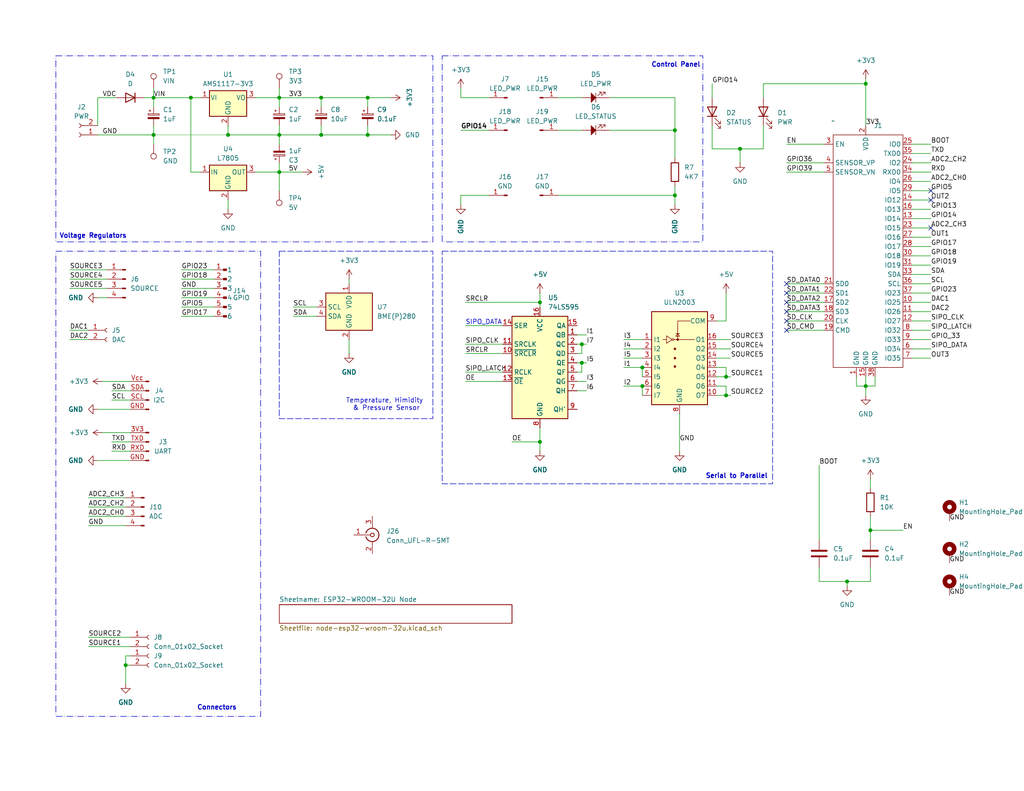
<source format=kicad_sch>
(kicad_sch (version 20231120) (generator "eeschema") (generator_version "8.0")
  (paper "USLetter")
  (title_block (title "ESP32 Sensor Node") (date "2024-07-03") (rev "v2.0") (comment 1 "ESP32-WROOM-32D Adapter"))
  (lib_symbols
    (symbol "+3V3_1" (power) (pin_numbers hide) (pin_names (offset 0) hide)
      (property "Value" "+3V3" (at 0 3.556 0))
      (symbol "+3V3_1_1_1"
        (pin power_in line (at 0 0 90) (length 0) (name "~") (number "1"))
      )
    )
    (symbol "+5V_1" (power) (pin_numbers hide) (pin_names (offset 0) hide)
      (property "Value" "+5V" (at 0 3.556 0))
      (symbol "+5V_1_1_1"
        (pin power_in line (at 0 0 90) (length 0) (name "~") (number "1"))
      )
    )
    (symbol "74xx:74LS595"
      (property "Reference" "U" (at -7.62 13.97 0))
      (property "Value" "74LS595" (at -7.62 -16.51 0))
      (symbol "74LS595_1_0"
        (pin tri_state line (at 10.16 7.62 180) (length 2.54) (name "QB") (number "1"))
        (pin input line (at -10.16 2.54 0) (length 2.54) (name "~{SRCLR}") (number "10"))
        (pin input line (at -10.16 5.08 0) (length 2.54) (name "SRCLK") (number "11"))
        (pin input line (at -10.16 -2.54 0) (length 2.54) (name "RCLK") (number "12"))
        (pin input line (at -10.16 -5.08 0) (length 2.54) (name "~{OE}") (number "13"))
        (pin input line (at -10.16 10.16 0) (length 2.54) (name "SER") (number "14"))
        (pin tri_state line (at 10.16 10.16 180) (length 2.54) (name "QA") (number "15"))
        (pin power_in line (at 0 15.24 270) (length 2.54) (name "VCC") (number "16"))
        (pin tri_state line (at 10.16 5.08 180) (length 2.54) (name "QC") (number "2"))
        (pin tri_state line (at 10.16 2.54 180) (length 2.54) (name "QD") (number "3"))
        (pin tri_state line (at 10.16 0 180) (length 2.54) (name "QE") (number "4"))
        (pin tri_state line (at 10.16 -2.54 180) (length 2.54) (name "QF") (number "5"))
        (pin tri_state line (at 10.16 -5.08 180) (length 2.54) (name "QG") (number "6"))
        (pin tri_state line (at 10.16 -7.62 180) (length 2.54) (name "QH") (number "7"))
        (pin power_in line (at 0 -17.78 90) (length 2.54) (name "GND") (number "8"))
        (pin output line (at 10.16 -12.7 180) (length 2.54) (name "QH'") (number "9"))
      )
    )
    (symbol "Alexander Symbol Library 2:Conn_UFL-R-SMT" (pin_names (offset 1.016) hide)
      (property "Reference" "J" (at -3.81 4.064 0))
      (property "Value" "Conn_UFL-R-SMT" (at 2.921 0 90))
      (symbol "Conn_UFL-R-SMT_1_1"
        (pin passive line (at -5.08 0 0) (length 2.54) (name "SIGNAL") (number "1"))
        (pin passive line (at 0 -5.08 90) (length 2.54) (name "GND") (number "2"))
        (pin passive line (at 0 5.08 270) (length 3.048) (name "GND") (number "3"))
      )
    )
    (symbol "Alexander Symbol Library:BME(P)280"
      (property "Reference" "U" (at -7.62 10.16 0))
      (property "Value" "BME(P)280" (at 5.08 10.16 0))
      (symbol "BME(P)280_1_1"
        (pin power_in line (at -1.27 10.16 270) (length 2.54) (name "VDD") (number "1"))
        (pin power_out line (at -1.27 -5.08 90) (length 2.54) (name "GND") (number "2"))
        (pin input line (at -10.16 3.81 0) (length 2.54) (name "SCL") (number "3"))
        (pin bidirectional line (at -10.16 1.27 0) (length 2.54) (name "SDA") (number "4"))
      )
    )
    (symbol "Alexander_Library_Symbols:Conn_2x3" (pin_names (offset 1.016))
      (property "Reference" "J" (at 0 0 0))
      (symbol "Conn_2x3_1_1"
        (pin bidirectional line (at -2.54 -2.54 0) (length 2.54) (name "1") (number "1"))
        (pin bidirectional line (at -2.54 -5.08 0) (length 2.54) (name "2") (number "2"))
        (pin bidirectional line (at -2.54 -7.62 0) (length 2.54) (name "3") (number "3"))
        (pin bidirectional line (at -2.54 -10.16 0) (length 2.54) (name "4") (number "4"))
        (pin bidirectional line (at -2.54 -12.7 0) (length 2.54) (name "5") (number "5"))
        (pin bidirectional line (at -2.54 -15.24 0) (length 2.54) (name "6") (number "6"))
      )
    )
    (symbol "Alexander_Library_Symbols:Conn_I2C_01x04" (pin_names (offset 1.016) hide)
      (property "Reference" "J" (at 0 5.08 0))
      (property "Value" "I2C" (at 0 -7.62 0))
      (symbol "Conn_I2C_01x04_1_1"
        (pin power_out line (at 5.08 -5.08 180) (length 3.81) (name "GND") (number "GND"))
        (pin bidirectional line (at 5.08 -2.54 180) (length 3.81) (name "SCL") (number "SCL"))
        (pin bidirectional line (at 5.08 0 180) (length 3.81) (name "SDA") (number "SDA"))
        (pin power_in line (at 5.08 2.54 180) (length 3.81) (name "VCC") (number "Vcc"))
      )
    )
    (symbol "Alexander_Library_Symbols:ESP32-WROOM-32D-SOCKET"
      (property "Reference" "J" (at 0 0 0))
      (symbol "ESP32-WROOM-32D-SOCKET_1_1"
        (pin power_out line (at 6.35 -69.85 90) (length 2.54) (name "GND") (number "1"))
        (pin bidirectional line (at 21.59 -49.53 180) (length 2.54) (name "IO25") (number "10"))
        (pin bidirectional line (at 21.59 -52.07 180) (length 2.54) (name "IO26") (number "11"))
        (pin bidirectional line (at 21.59 -54.61 180) (length 2.54) (name "IO27") (number "12"))
        (pin bidirectional line (at 21.59 -26.67 180) (length 2.54) (name "IO14") (number "13"))
        (pin bidirectional line (at 21.59 -21.59 180) (length 2.54) (name "IO12") (number "14"))
        (pin power_out line (at 8.89 -69.85 90) (length 2.54) (name "GND") (number "15"))
        (pin bidirectional line (at 21.59 -24.13 180) (length 2.54) (name "IO13") (number "16"))
        (pin input line (at -2.54 -49.53 0) (length 2.54) (name "SD2") (number "17"))
        (pin input line (at -2.54 -52.07 0) (length 2.54) (name "SD3") (number "18"))
        (pin input line (at -2.54 -57.15 0) (length 2.54) (name "CMD") (number "19"))
        (pin power_in line (at 8.89 -1.27 270) (length 2.54) (name "VDD") (number "2"))
        (pin input line (at -2.54 -54.61 0) (length 2.54) (name "CLK") (number "20"))
        (pin input line (at -2.54 -44.45 0) (length 2.54) (name "SD0") (number "21"))
        (pin input line (at -2.54 -46.99 0) (length 2.54) (name "SD1") (number "22"))
        (pin bidirectional line (at 21.59 -29.21 180) (length 2.54) (name "IO15") (number "23"))
        (pin bidirectional line (at 21.59 -11.43 180) (length 2.54) (name "IO2") (number "24"))
        (pin bidirectional line (at 21.59 -6.35 180) (length 2.54) (name "IO0") (number "25"))
        (pin bidirectional line (at 21.59 -16.51 180) (length 2.54) (name "IO4") (number "26"))
        (pin bidirectional line (at 21.59 -31.75 180) (length 2.54) (name "IO16") (number "27"))
        (pin bidirectional line (at 21.59 -34.29 180) (length 2.54) (name "IO17") (number "28"))
        (pin bidirectional line (at 21.59 -19.05 180) (length 2.54) (name "IO5") (number "29"))
        (pin input line (at -2.54 -6.35 0) (length 2.54) (name "EN") (number "3"))
        (pin bidirectional line (at 21.59 -36.83 180) (length 2.54) (name "IO18") (number "30"))
        (pin bidirectional line (at 21.59 -39.37 180) (length 2.54) (name "IO19") (number "31"))
        (pin bidirectional line (at 21.59 -41.91 180) (length 2.54) (name "SDA") (number "33"))
        (pin input line (at 21.59 -13.97 180) (length 2.54) (name "RXD0") (number "34"))
        (pin output line (at 21.59 -8.89 180) (length 2.54) (name "TXD0") (number "35"))
        (pin bidirectional line (at 21.59 -44.45 180) (length 2.54) (name "SCL") (number "36"))
        (pin bidirectional line (at 21.59 -46.99 180) (length 2.54) (name "IO23") (number "37"))
        (pin power_out line (at 11.43 -69.85 90) (length 2.54) (name "GND") (number "38"))
        (pin input line (at -2.54 -11.43 0) (length 2.54) (name "SENSOR_VP") (number "4"))
        (pin input line (at -2.54 -13.97 0) (length 2.54) (name "SENSOR_VN") (number "5"))
        (pin bidirectional line (at 21.59 -62.23 180) (length 2.54) (name "IO34") (number "6"))
        (pin bidirectional line (at 21.59 -64.77 180) (length 2.54) (name "IO35") (number "7"))
        (pin bidirectional line (at 21.59 -57.15 180) (length 2.54) (name "IO32") (number "8"))
        (pin bidirectional line (at 21.59 -59.69 180) (length 2.54) (name "IO33") (number "9"))
      )
    )
    (symbol "Conn_UART_1" (pin_names (offset 1.016) hide)
      (property "Reference" "J" (at 1.27 3.81 0))
      (property "Value" "UART" (at 2.54 -10.16 0))
      (symbol "Conn_UART_1_1_1"
        (pin power_in line (at 5.08 0 180) (length 3.81) (name "3V3") (number "3V3"))
        (pin power_out line (at 5.08 -7.62 180) (length 3.81) (name "GND") (number "GND"))
        (pin input line (at 5.08 -5.08 180) (length 3.81) (name "RXD") (number "RXD"))
        (pin output line (at 5.08 -2.54 180) (length 3.81) (name "TXD") (number "TXD"))
      )
    )
    (symbol "Connector:Conn_01x01_Pin" (pin_names (offset 1.016) hide)
      (property "Reference" "J" (at 0 2.54 0))
      (property "Value" "Conn_01x01_Pin" (at 0 -2.54 0))
      (symbol "Conn_01x01_Pin_1_1"
        (pin passive line (at 5.08 0 180) (length 3.81) (name "Pin_1") (number "1"))
      )
    )
    (symbol "Connector:Conn_01x02_Socket" (pin_names (offset 1.016) hide)
      (property "Reference" "J" (at 0 2.54 0))
      (property "Value" "Conn_01x02_Socket" (at 0 -5.08 0))
      (symbol "Conn_01x02_Socket_1_1"
        (pin passive line (at -5.08 0 0) (length 3.81) (name "Pin_1") (number "1"))
        (pin passive line (at -5.08 -2.54 0) (length 3.81) (name "Pin_2") (number "2"))
      )
    )
    (symbol "Connector:Conn_01x04_Pin" (pin_names (offset 1.016) hide)
      (property "Reference" "J" (at 0 5.08 0))
      (property "Value" "I2C" (at 0 -7.62 0))
      (symbol "Conn_01x04_Pin_1_1"
        (pin passive line (at 5.08 2.54 180) (length 3.81) (name "Pin_1") (number "1"))
        (pin passive line (at 5.08 0 180) (length 3.81) (name "Pin_2") (number "2"))
        (pin passive line (at 5.08 -2.54 180) (length 3.81) (name "Pin_3") (number "3"))
        (pin passive line (at 5.08 -5.08 180) (length 3.81) (name "Pin_4") (number "4"))
      )
    )
    (symbol "Connector:TestPoint" (pin_numbers hide) (pin_names (offset 0.762) hide)
      (property "Reference" "TP" (at 0 6.858 0))
      (property "Value" "TestPoint" (at 0 5.08 0))
      (symbol "TestPoint_1_1"
        (pin passive line (at 0 0 90) (length 2.54) (name "1") (number "1"))
      )
    )
    (symbol "Device:C" (pin_numbers hide) (pin_names (offset 0.254))
      (property "Reference" "C" (at 0.635 2.54 0))
      (property "Value" "C" (at 0.635 -2.54 0))
      (symbol "C_1_1"
        (pin passive line (at 0 3.81 270) (length 2.794) (name "~") (number "1"))
        (pin passive line (at 0 -3.81 90) (length 2.794) (name "~") (number "2"))
      )
    )
    (symbol "Device:C_Polarized_Small" (pin_numbers hide) (pin_names (offset 0.254) hide)
      (property "Reference" "C" (at 0.254 1.778 0))
      (property "Value" "C_Polarized_Small" (at 0.254 -2.032 0))
      (symbol "C_Polarized_Small_1_1"
        (pin passive line (at 0 2.54 270) (length 1.8542) (name "~") (number "1"))
        (pin passive line (at 0 -2.54 90) (length 1.8542) (name "~") (number "2"))
      )
    )
    (symbol "Device:D" (pin_numbers hide) (pin_names (offset 1.016) hide)
      (property "Reference" "D" (at 0 2.54 0))
      (property "Value" "D" (at 0 -2.54 0))
      (symbol "D_1_1"
        (pin passive line (at -3.81 0 0) (length 2.54) (name "K") (number "1"))
        (pin passive line (at 3.81 0 180) (length 2.54) (name "A") (number "2"))
      )
    )
    (symbol "Device:LED" (pin_numbers hide) (pin_names (offset 1.016) hide)
      (property "Reference" "D" (at 0 2.54 0))
      (property "Value" "LED" (at 0 -2.54 0))
      (symbol "LED_1_1"
        (pin passive line (at -3.81 0 0) (length 2.54) (name "K") (number "1"))
        (pin passive line (at 3.81 0 180) (length 2.54) (name "A") (number "2"))
      )
    )
    (symbol "Device:R" (pin_numbers hide) (pin_names (offset 0))
      (property "Reference" "R" (at 2.032 0 90))
      (property "Value" "R" (at 0 0 90))
      (symbol "R_1_1"
        (pin passive line (at 0 3.81 270) (length 1.27) (name "~") (number "1"))
        (pin passive line (at 0 -3.81 90) (length 1.27) (name "~") (number "2"))
      )
    )
    (symbol "GND_1" (power) (pin_numbers hide) (pin_names (offset 0) hide)
      (property "Value" "GND" (at 0 -3.81 0))
      (symbol "GND_1_1_1"
        (pin power_in line (at 0 0 270) (length 0) (name "~") (number "1"))
      )
    )
    (symbol "GND_3" (power) (pin_numbers hide) (pin_names (offset 0) hide)
      (property "Value" "GND" (at 0 -3.81 0))
      (symbol "GND_3_1_1"
        (pin power_in line (at 0 0 270) (length 0) (name "~") (number "1"))
      )
    )
    (symbol "GND_4" (power) (pin_numbers hide) (pin_names (offset 0) hide)
      (property "Value" "GND" (at 0 -3.81 0))
      (symbol "GND_4_1_1"
        (pin power_in line (at 0 0 270) (length 0) (name "~") (number "1"))
      )
    )
    (symbol "GND_5" (power) (pin_numbers hide) (pin_names (offset 0) hide)
      (property "Value" "GND" (at 0 -3.81 0))
      (symbol "GND_5_1_1"
        (pin power_in line (at 0 0 270) (length 0) (name "~") (number "1"))
      )
    )
    (symbol "Mechanical:MountingHole_Pad" (pin_numbers hide) (pin_names (offset 1.016) hide)
      (property "Reference" "H" (at 0 6.35 0))
      (property "Value" "MountingHole_Pad" (at 0 4.445 0))
      (symbol "MountingHole_Pad_1_1"
        (pin input line (at 0 -2.54 90) (length 2.54) (name "1") (number "1"))
      )
    )
    (symbol "PCM_SL_Devices:LED_5mm"
      (property "Reference" "D" (at -0.508 5.334 0))
      (property "Value" "LED_5mm" (at -0.508 2.794 0))
      (symbol "LED_5mm_1_1"
        (pin passive line (at 3.81 0 180) (length 1.5) (name "~") (number "1"))
        (pin passive line (at -3.81 0 0) (length 1.5) (name "") (number "2"))
      )
    )
    (symbol "Regulator_Linear:L7805" (pin_names (offset 0.254))
      (property "Reference" "U4" (at 0 6.35 0))
      (property "Value" "L7805" (at 0 3.81 0))
      (symbol "L7805_1_1"
        (pin power_in line (at -7.62 0 0) (length 2.54) (name "IN") (number "1"))
        (pin power_in line (at 0 -7.62 90) (length 2.54) (name "GND") (number "2"))
        (pin power_out line (at 7.62 0 180) (length 2.54) (name "OUT") (number "3"))
      )
    )
    (symbol "Regulator_Linear:LM78M05_TO220" (pin_names (offset 0.254))
      (property "Reference" "U" (at -3.81 3.175 0))
      (property "Value" "LM78M05_TO220" (at 0 3.175 0))
      (symbol "LM78M05_TO220_1_1"
        (pin power_in line (at -7.62 0 0) (length 2.54) (name "VI") (number "1"))
        (pin power_in line (at 0 -7.62 90) (length 2.54) (name "GND") (number "2"))
        (pin power_out line (at 7.62 0 180) (length 2.54) (name "VO") (number "3"))
      )
    )
    (symbol "Transistor_Array:ULN2003"
      (property "Reference" "U" (at 0 15.875 0))
      (property "Value" "ULN2003" (at 0 13.97 0))
      (symbol "ULN2003_1_1"
        (pin input line (at -10.16 5.08 0) (length 2.54) (name "I1") (number "1"))
        (pin open_collector line (at 10.16 -10.16 180) (length 2.54) (name "O7") (number "10"))
        (pin open_collector line (at 10.16 -7.62 180) (length 2.54) (name "O6") (number "11"))
        (pin open_collector line (at 10.16 -5.08 180) (length 2.54) (name "O5") (number "12"))
        (pin open_collector line (at 10.16 -2.54 180) (length 2.54) (name "O4") (number "13"))
        (pin open_collector line (at 10.16 0 180) (length 2.54) (name "O3") (number "14"))
        (pin open_collector line (at 10.16 2.54 180) (length 2.54) (name "O2") (number "15"))
        (pin open_collector line (at 10.16 5.08 180) (length 2.54) (name "O1") (number "16"))
        (pin input line (at -10.16 2.54 0) (length 2.54) (name "I2") (number "2"))
        (pin input line (at -10.16 0 0) (length 2.54) (name "I3") (number "3"))
        (pin input line (at -10.16 -2.54 0) (length 2.54) (name "I4") (number "4"))
        (pin input line (at -10.16 -5.08 0) (length 2.54) (name "I5") (number "5"))
        (pin input line (at -10.16 -7.62 0) (length 2.54) (name "I6") (number "6"))
        (pin input line (at -10.16 -10.16 0) (length 2.54) (name "I7") (number "7"))
        (pin power_in line (at 0 -15.24 90) (length 2.54) (name "GND") (number "8"))
        (pin passive line (at 10.16 10.16 180) (length 2.54) (name "COM") (number "9"))
      )
    )
    (symbol "power:+3V3" (power) (pin_names (offset 0))
      (property "Value" "+3V3" (at 0 3.556 0))
      (symbol "+3V3_1_1"
        (pin power_in line (at 0 0 90) (length 0) hide (name "+3V3") (number "1"))
      )
    )
    (symbol "power:+5V" (power) (pin_names (offset 0))
      (property "Value" "+5V" (at 0 3.556 0))
      (symbol "+5V_1_1"
        (pin power_in line (at 0 0 90) (length 0) hide (name "+5V") (number "1"))
      )
    )
    (symbol "power:GND" (power) (pin_names (offset 0))
      (property "Value" "GND" (at 0 -3.81 0))
      (symbol "GND_1_1"
        (pin power_in line (at 0 0 270) (length 0) hide (name "GND") (number "1"))
      )
    )
  )
  (junction (at 147.32 120.65))
  (junction (at 87.63 26.67))
  (junction (at 62.23 36.83))
  (junction (at 76.2 36.83))
  (junction (at 184.15 35.56))
  (junction (at 100.33 36.83))
  (junction (at 198.12 107.95))
  (junction (at 41.91 36.83))
  (junction (at 52.07 26.67))
  (junction (at 76.2 46.99))
  (junction (at 158.75 93.98))
  (junction (at 198.12 102.87))
  (junction (at 236.22 105.41))
  (junction (at 158.75 99.06))
  (junction (at 175.26 105.41))
  (junction (at 237.49 144.78))
  (junction (at 100.33 26.67))
  (junction (at 175.26 100.33))
  (junction (at 76.2 26.67))
  (junction (at 41.91 26.67))
  (junction (at 87.63 36.83))
  (junction (at 147.32 82.55))
  (junction (at 184.15 53.34))
  (junction (at 231.14 158.75))
  (junction (at 236.22 22.86))
  (junction (at 201.93 40.64))
  (junction (at 34.29 181.61))
  (no_connect (at 214.63 82.55))
  (no_connect (at 214.63 90.17))
  (no_connect (at 214.63 85.09))
  (no_connect (at 254 52.07))
  (no_connect (at 254 62.23))
  (no_connect (at 254 54.61))
  (no_connect (at 214.63 80.01))
  (no_connect (at 214.63 87.63))
  (no_connect (at 214.63 77.47))
  (wire (pts (xy 170.18 105.41) (xy 175.26 105.41)))
  (wire (pts (xy 158.75 99.06) (xy 158.75 101.6)))
  (wire (pts (xy 248.92 44.45) (xy 254 44.45)))
  (wire (pts (xy 62.23 54.61) (xy 62.23 57.15)))
  (wire (pts (xy 52.07 26.67) (xy 54.61 26.67)))
  (wire (pts (xy 157.48 99.06) (xy 158.75 99.06)))
  (wire (pts (xy 214.63 87.63) (xy 224.79 87.63)))
  (wire (pts (xy 34.29 179.07) (xy 34.29 181.61)))
  (wire (pts (xy 30.48 109.22) (xy 35.56 109.22)))
  (wire (pts (xy 41.91 36.83) (xy 62.23 36.83)) (stroke (width 0.0254)))
  (wire (pts (xy 147.32 116.84) (xy 147.32 120.65)))
  (wire (pts (xy 198.12 105.41) (xy 198.12 107.95)))
  (wire (pts (xy 127 93.98) (xy 137.16 93.98)))
  (wire (pts (xy 184.15 26.67) (xy 184.15 35.56)))
  (wire (pts (xy 184.15 50.8) (xy 184.15 53.34)))
  (wire (pts (xy 24.13 173.99) (xy 35.56 173.99)))
  (wire (pts (xy 198.12 100.33) (xy 198.12 102.87)))
  (wire (pts (xy 223.52 158.75) (xy 231.14 158.75)))
  (wire (pts (xy 41.91 26.67) (xy 52.07 26.67)))
  (wire (pts (xy 248.92 49.53) (xy 254 49.53)))
  (wire (pts (xy 201.93 40.64) (xy 208.28 40.64)))
  (wire (pts (xy 214.63 85.09) (xy 224.79 85.09)))
  (wire (pts (xy 54.61 46.99) (xy 52.07 46.99)))
  (wire (pts (xy 30.48 120.65) (xy 35.56 120.65)))
  (wire (pts (xy 198.12 107.95) (xy 199.39 107.95)))
  (wire (pts (xy 24.13 140.97) (xy 34.29 140.97)))
  (wire (pts (xy 127 96.52) (xy 137.16 96.52)))
  (wire (pts (xy 236.22 21.59) (xy 236.22 22.86)))
  (wire (pts (xy 248.92 64.77) (xy 254 64.77)))
  (wire (pts (xy 248.92 67.31) (xy 254 67.31)))
  (wire (pts (xy 27.94 104.14) (xy 35.56 104.14)))
  (wire (pts (xy 195.58 107.95) (xy 198.12 107.95)))
  (wire (pts (xy 62.23 34.29) (xy 62.23 36.83)))
  (wire (pts (xy 100.33 36.83) (xy 106.68 36.83)))
  (wire (pts (xy 195.58 92.71) (xy 199.39 92.71)))
  (wire (pts (xy 29.21 78.74) (xy 19.05 78.74)))
  (wire (pts (xy 233.68 105.41) (xy 236.22 105.41)))
  (wire (pts (xy 158.75 93.98) (xy 160.02 93.98)))
  (wire (pts (xy 125.73 26.67) (xy 125.73 24.13)))
  (wire (pts (xy 76.2 34.29) (xy 76.2 36.83)))
  (wire (pts (xy 175.26 105.41) (xy 175.26 107.95)))
  (wire (pts (xy 29.21 73.66) (xy 19.05 73.66)))
  (wire (pts (xy 248.92 39.37) (xy 254 39.37)))
  (wire (pts (xy 87.63 26.67) (xy 87.63 29.21)))
  (wire (pts (xy 49.53 83.82) (xy 58.42 83.82)))
  (wire (pts (xy 198.12 87.63) (xy 195.58 87.63)))
  (wire (pts (xy 198.12 102.87) (xy 199.39 102.87)))
  (wire (pts (xy 194.31 22.86) (xy 194.31 26.67)))
  (wire (pts (xy 26.67 81.28) (xy 29.21 81.28)))
  (wire (pts (xy 49.53 73.66) (xy 58.42 73.66)))
  (wire (pts (xy 147.32 82.55) (xy 147.32 83.82)))
  (wire (pts (xy 125.73 53.34) (xy 125.73 55.88)))
  (wire (pts (xy 224.79 39.37) (xy 214.63 39.37)))
  (wire (pts (xy 166.37 35.56) (xy 184.15 35.56)))
  (wire (pts (xy 133.35 26.67) (xy 125.73 26.67)))
  (wire (pts (xy 147.32 80.01) (xy 147.32 82.55)))
  (wire (pts (xy 26.67 26.67) (xy 31.75 26.67)))
  (wire (pts (xy 233.68 102.87) (xy 233.68 105.41)))
  (wire (pts (xy 41.91 39.37) (xy 41.91 36.83)))
  (wire (pts (xy 19.05 90.17) (xy 24.13 90.17)))
  (wire (pts (xy 214.63 46.99) (xy 224.79 46.99)))
  (wire (pts (xy 49.53 76.2) (xy 58.42 76.2)))
  (wire (pts (xy 34.29 181.61) (xy 35.56 181.61)))
  (wire (pts (xy 27.94 118.11) (xy 35.56 118.11)))
  (wire (pts (xy 41.91 26.67) (xy 41.91 29.21)))
  (wire (pts (xy 237.49 140.97) (xy 237.49 144.78)))
  (wire (pts (xy 237.49 144.78) (xy 246.38 144.78)))
  (wire (pts (xy 248.92 92.71) (xy 254 92.71)))
  (wire (pts (xy 41.91 34.29) (xy 41.91 36.83)))
  (wire (pts (xy 201.93 44.45) (xy 201.93 40.64)))
  (wire (pts (xy 195.58 105.41) (xy 198.12 105.41)))
  (wire (pts (xy 152.4 35.56) (xy 158.75 35.56)))
  (wire (pts (xy 214.63 80.01) (xy 224.79 80.01)))
  (wire (pts (xy 198.12 80.01) (xy 198.12 87.63)))
  (wire (pts (xy 24.13 176.53) (xy 35.56 176.53)))
  (wire (pts (xy 214.63 77.47) (xy 224.79 77.47)))
  (wire (pts (xy 157.48 96.52) (xy 158.75 96.52)))
  (wire (pts (xy 157.48 104.14) (xy 160.02 104.14)))
  (wire (pts (xy 208.28 34.29) (xy 208.28 40.64)))
  (wire (pts (xy 52.07 26.67) (xy 52.07 46.99)))
  (wire (pts (xy 248.92 87.63) (xy 254 87.63)))
  (wire (pts (xy 35.56 179.07) (xy 34.29 179.07)))
  (wire (pts (xy 76.2 46.99) (xy 82.55 46.99)))
  (wire (pts (xy 41.91 24.13) (xy 41.91 26.67)))
  (wire (pts (xy 76.2 36.83) (xy 87.63 36.83)))
  (wire (pts (xy 248.92 90.17) (xy 254 90.17)))
  (wire (pts (xy 152.4 26.67) (xy 158.75 26.67)))
  (wire (pts (xy 195.58 97.79) (xy 199.39 97.79)))
  (wire (pts (xy 248.92 80.01) (xy 254 80.01)))
  (wire (pts (xy 237.49 154.94) (xy 237.49 158.75)))
  (wire (pts (xy 208.28 22.86) (xy 208.28 26.67)))
  (wire (pts (xy 127 88.9) (xy 137.16 88.9)))
  (wire (pts (xy 80.01 86.36) (xy 86.36 86.36)))
  (wire (pts (xy 35.56 111.76) (xy 26.67 111.76)))
  (wire (pts (xy 195.58 95.25) (xy 199.39 95.25)))
  (wire (pts (xy 30.48 123.19) (xy 35.56 123.19)))
  (wire (pts (xy 125.73 35.56) (xy 133.35 35.56)))
  (wire (pts (xy 87.63 26.67) (xy 100.33 26.67)))
  (wire (pts (xy 194.31 40.64) (xy 201.93 40.64)))
  (wire (pts (xy 76.2 36.83) (xy 76.2 39.37)))
  (wire (pts (xy 248.92 41.91) (xy 254 41.91)))
  (wire (pts (xy 248.92 85.09) (xy 254 85.09)))
  (wire (pts (xy 237.49 144.78) (xy 237.49 147.32)))
  (wire (pts (xy 194.31 34.29) (xy 194.31 40.64)))
  (wire (pts (xy 147.32 120.65) (xy 147.32 123.19)))
  (wire (pts (xy 100.33 26.67) (xy 100.33 29.21)))
  (wire (pts (xy 170.18 97.79) (xy 175.26 97.79)))
  (wire (pts (xy 62.23 36.83) (xy 76.2 36.83)))
  (wire (pts (xy 248.92 72.39) (xy 254 72.39)))
  (wire (pts (xy 214.63 90.17) (xy 224.79 90.17)))
  (wire (pts (xy 76.2 29.21) (xy 76.2 26.67)))
  (wire (pts (xy 236.22 22.86) (xy 236.22 34.29)))
  (wire (pts (xy 80.01 83.82) (xy 86.36 83.82)))
  (wire (pts (xy 248.92 46.99) (xy 254 46.99)))
  (wire (pts (xy 76.2 46.99) (xy 76.2 52.07)))
  (wire (pts (xy 248.92 57.15) (xy 254 57.15)))
  (wire (pts (xy 248.92 74.93) (xy 254 74.93)))
  (wire (pts (xy 26.67 36.83) (xy 41.91 36.83)))
  (wire (pts (xy 125.73 53.34) (xy 133.35 53.34)))
  (wire (pts (xy 49.53 81.28) (xy 58.42 81.28)))
  (wire (pts (xy 214.63 44.45) (xy 224.79 44.45)))
  (wire (pts (xy 157.48 91.44) (xy 160.02 91.44)))
  (wire (pts (xy 35.56 125.73) (xy 26.67 125.73)))
  (wire (pts (xy 248.92 62.23) (xy 254 62.23)))
  (wire (pts (xy 100.33 34.29) (xy 100.33 36.83)))
  (wire (pts (xy 95.25 76.2) (xy 95.25 77.47)))
  (wire (pts (xy 49.53 86.36) (xy 58.42 86.36)))
  (wire (pts (xy 236.22 105.41) (xy 236.22 107.95)))
  (wire (pts (xy 248.92 54.61) (xy 254 54.61)))
  (wire (pts (xy 248.92 82.55) (xy 254 82.55)))
  (wire (pts (xy 248.92 97.79) (xy 254 97.79)))
  (wire (pts (xy 76.2 44.45) (xy 76.2 46.99)))
  (wire (pts (xy 127 101.6) (xy 137.16 101.6)))
  (wire (pts (xy 223.52 127) (xy 223.52 147.32)))
  (wire (pts (xy 24.13 135.89) (xy 34.29 135.89)))
  (wire (pts (xy 184.15 53.34) (xy 184.15 55.88)))
  (wire (pts (xy 24.13 138.43) (xy 34.29 138.43)))
  (wire (pts (xy 69.85 46.99) (xy 76.2 46.99)))
  (wire (pts (xy 69.85 26.67) (xy 76.2 26.67)))
  (wire (pts (xy 19.05 92.71) (xy 24.13 92.71)))
  (wire (pts (xy 34.29 181.61) (xy 34.29 186.69)))
  (wire (pts (xy 127 82.55) (xy 147.32 82.55)))
  (wire (pts (xy 238.76 105.41) (xy 236.22 105.41)))
  (wire (pts (xy 170.18 100.33) (xy 175.26 100.33)))
  (wire (pts (xy 248.92 52.07) (xy 254 52.07)))
  (wire (pts (xy 157.48 93.98) (xy 158.75 93.98)))
  (wire (pts (xy 248.92 95.25) (xy 254 95.25)))
  (wire (pts (xy 238.76 102.87) (xy 238.76 105.41)))
  (wire (pts (xy 184.15 35.56) (xy 184.15 43.18)))
  (wire (pts (xy 139.7 120.65) (xy 147.32 120.65)))
  (wire (pts (xy 248.92 69.85) (xy 254 69.85)))
  (wire (pts (xy 76.2 24.13) (xy 76.2 26.67)))
  (wire (pts (xy 248.92 59.69) (xy 254 59.69)))
  (wire (pts (xy 237.49 130.81) (xy 237.49 133.35)))
  (wire (pts (xy 195.58 100.33) (xy 198.12 100.33)))
  (wire (pts (xy 87.63 34.29) (xy 87.63 36.83)))
  (wire (pts (xy 30.48 106.68) (xy 35.56 106.68)))
  (wire (pts (xy 248.92 77.47) (xy 254 77.47)))
  (wire (pts (xy 26.67 26.67) (xy 26.67 34.29)))
  (wire (pts (xy 175.26 100.33) (xy 175.26 102.87)))
  (wire (pts (xy 152.4 53.34) (xy 184.15 53.34)))
  (wire (pts (xy 231.14 158.75) (xy 231.14 160.02)))
  (wire (pts (xy 24.13 143.51) (xy 34.29 143.51)))
  (wire (pts (xy 214.63 82.55) (xy 224.79 82.55)))
  (wire (pts (xy 170.18 92.71) (xy 175.26 92.71)))
  (wire (pts (xy 157.48 101.6) (xy 158.75 101.6)))
  (wire (pts (xy 157.48 106.68) (xy 160.02 106.68)))
  (wire (pts (xy 95.25 92.71) (xy 95.25 96.52)))
  (wire (pts (xy 223.52 154.94) (xy 223.52 158.75)))
  (wire (pts (xy 195.58 102.87) (xy 198.12 102.87)))
  (wire (pts (xy 185.42 113.03) (xy 185.42 123.19)))
  (wire (pts (xy 76.2 26.67) (xy 87.63 26.67)))
  (wire (pts (xy 49.53 78.74) (xy 58.42 78.74)))
  (wire (pts (xy 29.21 76.2) (xy 19.05 76.2)))
  (wire (pts (xy 231.14 158.75) (xy 237.49 158.75)))
  (wire (pts (xy 208.28 22.86) (xy 236.22 22.86)))
  (wire (pts (xy 158.75 99.06) (xy 160.02 99.06)))
  (wire (pts (xy 236.22 102.87) (xy 236.22 105.41)))
  (wire (pts (xy 158.75 96.52) (xy 158.75 93.98)))
  (wire (pts (xy 166.37 26.67) (xy 184.15 26.67)))
  (wire (pts (xy 87.63 36.83) (xy 100.33 36.83)))
  (wire (pts (xy 170.18 95.25) (xy 175.26 95.25)))
  (wire (pts (xy 100.33 26.67) (xy 106.68 26.67)))
  (wire (pts (xy 39.37 26.67) (xy 41.91 26.67)))
  (wire (pts (xy 127 104.14) (xy 137.16 104.14)))
  (rectangle (start 120.65 68.58) (end 210.82 132.08) (stroke (width 0) (type dash)))
  (rectangle (start 15.24 68.58) (end 71.12 195.58) (stroke (width 0) (type dash_dot)))
  (rectangle (start 76.2 68.58) (end 118.11 114.3) (stroke (width 0) (type dash)))
  (rectangle (start 120.65 15.24) (end 191.77 66.04) (stroke (width 0) (type dash_dot)))
  (rectangle (start 15.24 15.24) (end 118.11 66.04) (stroke (width 0) (type dash_dot)))
  (text "Voltage Regulators" (at 25.4 63.754 0) (effects (font (size 1.27 1.27) (thickness 0.254) (bold yes)) (justify top)))
  (text "Control Panel " (at 184.912 17.78 0) (effects (font (size 1.27 1.27) (thickness 0.254) (bold yes))))
  (text "Connectors\n" (at 59.182 193.294 0) (effects (font (size 1.27 1.27) (thickness 0.254) (bold yes))))
  (text "Serial to Parallel" (at 209.55 130.81 0) (effects (font (size 1.27 1.27) (bold yes)) (justify right bottom)))
  (text "Temperature, Himidity \n& Pressure Sensor" (at 105.41 110.49 0) (effects (font (size 1.27 1.27))))
  (label "SIPO_DATA" (at 254 95.25 0))
  (label "SOURCE5" (at 199.39 97.79 0))
  (label "GND" (at 259.08 142.24 0))
  (label "I2" (at 170.18 105.41 0))
  (label "SOURCE3" (at 19.05 73.66 0))
  (label "SOURCE4" (at 19.05 76.2 0))
  (label "SD_DATA1" (at 214.63 80.01 0))
  (label "SOURCE1" (at 24.13 176.53 0))
  (label "I7" (at 160.02 93.98 0))
  (label "GPIO5" (at 254 52.07 0))
  (label "SOURCE5" (at 19.05 78.74 0))
  (label "ADC2_CH2" (at 254 44.45 0))
  (label "OUT1" (at 254 64.77 0))
  (label "GPIO_33" (at 254 92.71 0))
  (label "I3" (at 160.02 104.14 0))
  (label "OUT2" (at 254 54.61 0))
  (label "SD_DATA0" (at 214.63 77.47 0))
  (label "GPIO23" (at 254 80.01 0))
  (label "VDC" (at 27.94 26.67 0))
  (label "GPIO13" (at 254 57.15 0))
  (label "SCL" (at 80.01 83.82 0))
  (label "SIPO_CLK" (at 127 93.98 0))
  (label "SD_CLK" (at 214.63 87.63 0))
  (label "DAC2" (at 19.05 92.71 0))
  (label "OE" (at 139.7 120.65 0))
  (label "TXD" (at 254 41.91 0))
  (label "I1" (at 170.18 100.33 0))
  (label "BOOT" (at 223.52 127 0))
  (label "ADC2_CH2" (at 24.13 138.43 0))
  (label "SDA" (at 254 74.93 0))
  (label "SD_CMD" (at 214.63 90.17 0))
  (label "ADC2_CH0" (at 24.13 140.97 0))
  (label "SD_DATA3" (at 214.63 85.09 0))
  (label "SIPO_LATCH" (at 127 101.6 0))
  (label "I5" (at 160.02 99.06 0))
  (label "GPIO17" (at 254 67.31 0))
  (label "GPIO23" (at 49.53 73.66 0))
  (label "GPIO5" (at 49.53 83.82 0))
  (label "SD_DATA2" (at 214.63 82.55 0))
  (label "GND" (at 24.13 143.51 0))
  (label "EN" (at 246.38 144.78 0))
  (label "SCL" (at 254 77.47 0))
  (label "SIPO_LATCH" (at 254 90.17 0))
  (label "GPIO18" (at 254 69.85 0))
  (label "GPIO14" (at 194.31 22.86 0))
  (label "GPIO14" (at 254 59.69 0))
  (label "RXD" (at 30.48 123.19 0))
  (label "SCL" (at 30.48 109.22 0))
  (label "SIPO_CLK" (at 254 87.63 0))
  (label "GND" (at 49.53 78.74 0))
  (label "I4" (at 170.18 95.25 0))
  (label "3V3" (at 236.22 34.29 0))
  (label "ADC2_CH3" (at 254 62.23 0))
  (label "OUT3" (at 254 97.79 0))
  (label "GPIO39" (at 214.63 46.99 0))
  (label "I5" (at 170.18 97.79 0))
  (label "SOURCE1" (at 199.39 102.87 0))
  (label "GND" (at 259.08 153.67 0))
  (label "GPIO17" (at 49.53 86.36 0))
  (label "GPIO18" (at 49.53 76.2 0))
  (label "SOURCE2" (at 199.39 107.95 0))
  (label "BOOT" (at 254 39.37 0))
  (label "SRCLR" (at 127 82.55 0))
  (label "SOURCE3" (at 199.39 92.71 0))
  (label "ADC2_CH0" (at 254 49.53 0))
  (label "5V" (at 78.74 46.99 0))
  (label "ADC2_CH3" (at 24.13 135.89 0))
  (label "GND" (at 259.08 162.56 0))
  (label "VIN" (at 41.91 26.67 0))
  (label "DAC2" (at 254 85.09 0))
  (label "SDA" (at 80.01 86.36 0))
  (label "DAC1" (at 254 82.55 0))
  (label "3V3" (at 78.74 26.67 0))
  (label "OE" (at 127 104.14 0))
  (label "SDA" (at 30.48 106.68 0))
  (label "SRCLR" (at 127 96.52 0))
  (label "GPIO19" (at 49.53 81.28 0))
  (label "GPIO36" (at 214.63 44.45 0))
  (label "GPIO19" (at 254 72.39 0))
  (label "I3" (at 170.18 92.71 0))
  (label "GND" (at 27.94 36.83 0))
  (label "I1" (at 160.02 91.44 0))
  (label "DAC1" (at 19.05 90.17 0))
  (label "EN" (at 214.63 39.37 0))
  (label "I6" (at 160.02 106.68 0))
  (label "SIPO_DATA" (at 127 88.9 0))
  (label "GND" (at 185.42 120.65 0))
  (label "GPIO14" (at 125.73 35.56 0) (effects (font (bold yes))))
  (label "SOURCE4" (at 199.39 95.25 0))
  (label "TXD" (at 30.48 120.65 0))
  (label "SOURCE2" (at 24.13 173.99 0))
  (label "RXD" (at 254 46.99 0))
  (symbol (lib_id "Connector:Conn_01x02_Socket") (at 29.21 90.17 0) (unit 1)
    (property "Reference" "J5" (at 30.48 90.1699 0) (effects (justify left)))
    (property "Value" "DAC" (at 30.48 92.7099 0) (effects (justify left)))
    (property "Footprint" "Connector_PinSocket_2.54mm:PinSocket_1x02_P2.54mm_Vertical" (effects (hide yes)))
  )
  (symbol (lib_id "power:GND") (at 106.68 36.83 90) (unit 1)
    (property "Reference" "#PWR03" (effects (hide yes)))
    (property "Value" "GND" (at 110.49 36.8299 90) (effects (justify right)))
  )
  (symbol (lib_id "Connector:Conn_01x04_Pin") (at 39.37 138.43 0) (mirror y) (unit 1)
    (property "Reference" "J10" (at 40.64 138.4299 0) (effects (justify right)))
    (property "Value" "ADC" (at 40.64 140.9699 0) (effects (justify right)))
    (property "Footprint" "Connector_PinSocket_2.54mm:PinSocket_1x04_P2.54mm_Vertical" (effects (hide yes)))
  )
  (symbol (lib_id "power:+3V3") (at 95.25 76.2 0) (unit 1)
    (property "Reference" "#PWR022" (effects (hide yes)))
    (property "Value" "+3V3" (at 95.25 71.12 0))
  )
  (symbol (lib_id "power:GND") (at 26.67 81.28 270) (unit 1)
    (property "Reference" "#PWR023" (effects (hide yes)))
    (property "Value" "GND" (at 22.86 81.28 90) (effects (font (bold yes)) (justify right)))
  )
  (symbol (lib_id "power:+3V3") (at 27.94 118.11 90) (unit 1)
    (property "Reference" "#PWR06" (effects (hide yes)))
    (property "Value" "+3V3" (at 24.13 118.1099 90) (effects (justify left)))
  )
  (symbol (lib_id "Alexander Symbol Library:BME(P)280") (at 96.52 87.63 0) (unit 1)
    (property "Reference" "U7" (at 102.87 83.8199 0) (effects (justify left)))
    (property "Value" "BME(P)280" (at 102.87 86.3599 0) (effects (justify left)))
    (property "Footprint" "Alexander Footprint Library:BME280_BMP280_I2C" (effects (hide yes)))
    (property "Description" "Absolute Barometric Pressure Sensor" (effects (hide yes)))
  )
  (symbol (lib_id "Device:LED") (at 194.31 30.48 90) (unit 1)
    (property "Reference" "D2" (at 198.12 30.7974 90) (effects (justify right)))
    (property "Value" "STATUS" (at 198.12 33.3374 90) (effects (justify right)))
    (property "Footprint" "LED_SMD:LED_1210_3225Metric_Pad1.42x2.65mm_HandSolder" (effects (hide yes)))
    (property "Description" "Light emitting diode" (effects (hide yes)))
  )
  (symbol (lib_id "Connector:Conn_01x01_Pin") (at 147.32 35.56 0) (mirror x) (unit 1)
    (property "Reference" "J19" (at 147.955 30.48 0))
    (property "Value" "LED_PWR" (at 147.955 33.02 0))
    (property "Footprint" "Alexander Footprint Library:Pad_1x01_P2.54_SMD" (effects (hide yes)))
    (property "Description" "Generic connector, single row, 01x01, script generated" (effects (hide yes)))
  )
  (symbol (lib_id "power:+3V3") (at 27.94 104.14 90) (unit 1)
    (property "Reference" "#PWR08" (effects (hide yes)))
    (property "Value" "+3V3" (at 24.13 104.14 90) (effects (justify left)))
  )
  (symbol (lib_id "power:+5V") (at 198.12 80.01 0) (unit 1)
    (property "Reference" "#PWR012" (effects (hide yes)))
    (property "Value" "+5V" (at 198.12 74.93 0))
  )
  (symbol (lib_id "Device:C_Polarized_Small") (at 87.63 31.75 0) (unit 1)
    (property "Reference" "C8" (at 90.17 29.9338 0) (effects (justify left)))
    (property "Value" "10uF" (at 90.17 32.4738 0) (effects (justify left)))
    (property "Footprint" "Capacitor_SMD:CP_Elec_3x5.3" (effects (hide yes)))
  )
  (symbol (lib_id "Transistor_Array:ULN2003") (at 185.42 97.79 0) (unit 1)
    (property "Reference" "U3" (at 185.42 80.01 0))
    (property "Value" "ULN2003" (at 185.42 82.55 0))
    (property "Footprint" "Package_DIP:DIP-16_W7.62mm" (effects (hide yes)))
    (property "Datasheet" "http://www.ti.com/lit/ds/symlink/uln2003a.pdf" (effects (hide yes)))
  )
  (symbol (lib_id "PCM_SL_Devices:LED_5mm") (at 162.56 26.67 0) (unit 1)
    (property "Reference" "D5" (at 162.56 20.32 0))
    (property "Value" "LED_PWR" (at 162.56 22.86 0))
    (property "Footprint" "LED_THT:LED_D5.0mm" (effects (hide yes)))
    (property "Description" "Common 5mm diameter LED" (effects (hide yes)))
  )
  (symbol (lib_name "Conn_UART_1") (lib_id "Alexander_Library_Symbols:Conn_UART") (at 40.64 118.11 0) (mirror y) (unit 1)
    (property "Reference" "J3" (at 44.45 120.65 0))
    (property "Value" "UART" (at 44.45 123.19 0))
    (property "Footprint" "Alexander Footprints Library:Conn_UART" (effects (hide yes)))
  )
  (symbol (lib_id "Device:C_Polarized_Small") (at 76.2 41.91 0) (mirror x) (unit 1)
    (property "Reference" "C3" (at 78.74 43.7261 0) (effects (justify left)))
    (property "Value" "1uF" (at 78.74 41.1861 0) (effects (justify left)))
    (property "Footprint" "Capacitor_THT:CP_Radial_D4.0mm_P2.00mm" (effects (hide yes)))
  )
  (symbol (lib_id "Device:C_Polarized_Small") (at 41.91 31.75 0) (unit 1)
    (property "Reference" "C1" (at 44.45 29.9339 0) (effects (justify left)))
    (property "Value" "1uF" (at 44.45 32.4739 0) (effects (justify left)))
    (property "Footprint" "Capacitor_THT:CP_Radial_D4.0mm_P2.00mm" (effects (hide yes)))
  )
  (symbol (lib_id "power:GND") (at 26.67 111.76 270) (unit 1)
    (property "Reference" "#PWR09" (effects (hide yes)))
    (property "Value" "GND" (at 22.86 111.76 90) (effects (font (bold yes)) (justify right)))
  )
  (symbol (lib_name "GND_4") (lib_id "power:GND") (at 147.32 123.19 0) (unit 1)
    (property "Reference" "#PWR016" (effects (hide yes)))
    (property "Value" "GND" (at 147.32 128.27 0) (effects (font (bold yes))))
    (property "Description" "Power symbol creates a global label with name \"GND\" , ground" (effects (hide yes)))
  )
  (symbol (lib_id "power:GND") (at 26.67 125.73 270) (unit 1)
    (property "Reference" "#PWR07" (effects (hide yes)))
    (property "Value" "GND" (at 22.86 125.73 90) (effects (font (bold yes)) (justify right)))
  )
  (symbol (lib_id "74xx:74LS595") (at 147.32 99.06 0) (unit 1) (on_board no)
    (property "Reference" "U5" (at 149.5141 81.28 0) (effects (justify left)))
    (property "Value" "74LS595" (at 149.5141 83.82 0) (effects (justify left)))
    (property "Footprint" "Package_DIP:DIP-16_W7.62mm" (effects (hide yes)))
    (property "Datasheet" "http://www.ti.com/lit/gpn/sn74ls595" (effects (hide yes)))
    (property "Description" "8-bit serial in/out Shift Register 3-State Outputs" (effects (hide yes)))
  )
  (symbol (lib_id "Connector:Conn_01x01_Pin") (at 147.32 26.67 0) (mirror x) (unit 1)
    (property "Reference" "J15" (at 147.955 21.59 0))
    (property "Value" "LED_PWR" (at 147.955 24.13 0))
    (property "Footprint" "Alexander Footprint Library:Pad_1x01_P2.54_SMD" (effects (hide yes)))
    (property "Description" "Generic connector, single row, 01x01, script generated" (effects (hide yes)))
  )
  (symbol (lib_id "Mechanical:MountingHole_Pad") (at 259.08 151.13 0) (unit 1)
    (property "Reference" "H2" (at 261.62 148.59 0) (effects (justify left)))
    (property "Value" "MountingHole_Pad" (at 261.62 151.13 0) (effects (justify left)))
    (property "Footprint" "MountingHole:MountingHole_3mm" (effects (hide yes)))
  )
  (symbol (lib_id "power:GND") (at 185.42 123.19 0) (unit 1)
    (property "Reference" "#PWR010" (effects (hide yes)))
    (property "Value" "GND" (at 185.42 128.27 0) (effects (font (bold yes))))
  )
  (symbol (lib_name "GND_3") (lib_id "power:GND") (at 201.93 44.45 0) (unit 1)
    (property "Reference" "#PWR015" (effects (hide yes)))
    (property "Value" "GND" (at 201.93 49.53 0))
    (property "Description" "Power symbol creates a global label with name \"GND\" , ground" (effects (hide yes)))
  )
  (symbol (lib_id "Connector:Conn_01x02_Socket") (at 40.64 179.07 0) (unit 1)
    (property "Reference" "J9" (at 41.91 179.07 0) (effects (justify left)))
    (property "Value" "Conn_01x02_Socket" (at 41.91 181.61 0) (effects (justify left)))
    (property "Footprint" "Alexander Footprints Library:Conn_Terminal_5mm" (effects (hide yes)))
  )
  (symbol (lib_id "Connector:Conn_01x04_Pin") (at 34.29 76.2 0) (mirror y) (unit 1)
    (property "Reference" "J6" (at 35.56 76.1999 0) (effects (justify right)))
    (property "Value" "SOURCE" (at 35.56 78.7399 0) (effects (justify right)))
    (property "Footprint" "Connector_PinSocket_2.54mm:PinSocket_1x04_P2.54mm_Vertical" (effects (hide yes)))
  )
  (symbol (lib_id "power:+3V3") (at 237.49 130.81 0) (unit 1)
    (property "Reference" "#PWR024" (effects (hide yes)))
    (property "Value" "+3V3" (at 237.49 125.73 0))
  )
  (symbol (lib_name "GND_3") (lib_id "power:GND") (at 231.14 160.02 0) (unit 1)
    (property "Reference" "#PWR025" (effects (hide yes)))
    (property "Value" "GND" (at 231.14 165.1 0))
    (property "Description" "Power symbol creates a global label with name \"GND\" , ground" (effects (hide yes)))
  )
  (symbol (lib_id "Device:C") (at 237.49 151.13 0) (unit 1)
    (property "Reference" "C4" (at 241.3 149.8599 0) (effects (justify left)))
    (property "Value" "0.1uF" (at 241.3 152.3999 0) (effects (justify left)))
    (property "Footprint" "Capacitor_SMD:CP_Elec_3x5.3" (effects (hide yes)))
    (property "Description" "Unpolarized capacitor" (effects (hide yes)))
  )
  (symbol (lib_name "GND_1") (lib_id "power:GND") (at 34.29 186.69 0) (unit 1)
    (property "Reference" "#PWR014" (effects (hide yes)))
    (property "Value" "GND" (at 34.29 191.77 0) (effects (font (bold yes))))
    (property "Description" "Power symbol creates a global label with name \"GND\" , ground" (effects (hide yes)))
  )
  (symbol (lib_name "+3V3_1") (lib_id "power:+3V3") (at 125.73 24.13 0) (unit 1)
    (property "Reference" "#PWR026" (effects (hide yes)))
    (property "Value" "+3V3" (at 125.73 19.05 0))
    (property "Description" "Power symbol creates a global label with name \"+3V3\"" (effects (hide yes)))
  )
  (symbol (lib_id "Device:D") (at 35.56 26.67 180) (unit 1)
    (property "Reference" "D4" (at 35.56 20.32 0))
    (property "Value" "D" (at 35.56 22.86 0))
    (property "Footprint" "Diode_SMD:D_1210_3225Metric" (effects (hide yes)))
    (property "Description" "Diode" (effects (hide yes)))
    (property "Sim.Device" "D" (effects (hide yes)))
    (property "Sim.Pins" "1=K 2=A" (effects (hide yes)))
  )
  (symbol (lib_id "Connector:TestPoint") (at 76.2 52.07 180) (unit 1)
    (property "Reference" "TP4" (at 78.74 54.1019 0) (effects (justify right)))
    (property "Value" "5V" (at 78.74 56.6419 0) (effects (justify right)))
    (property "Footprint" "TestPoint:TestPoint_Pad_D1.5mm" (effects (hide yes)))
    (property "Description" "test point" (effects (hide yes)))
  )
  (symbol (lib_id "PCM_SL_Devices:LED_5mm") (at 162.56 35.56 0) (unit 1)
    (property "Reference" "D6" (at 162.56 29.21 0))
    (property "Value" "LED_STATUS" (at 162.56 31.75 0))
    (property "Footprint" "LED_THT:LED_D5.0mm" (effects (hide yes)))
    (property "Description" "Common 5mm diameter LED" (effects (hide yes)))
  )
  (symbol (lib_id "Connector:Conn_01x02_Socket") (at 40.64 173.99 0) (unit 1)
    (property "Reference" "J8" (at 41.91 173.99 0) (effects (justify left)))
    (property "Value" "Conn_01x02_Socket" (at 41.91 176.53 0) (effects (justify left)))
    (property "Footprint" "Alexander Footprints Library:Conn_Terminal_5mm" (effects (hide yes)))
  )
  (symbol (lib_id "Connector:Conn_01x02_Socket") (at 21.59 36.83 180) (unit 1)
    (property "Reference" "J2" (at 22.225 29.21 0))
    (property "Value" "PWR" (at 22.225 31.75 0))
    (property "Footprint" "Connector_PinSocket_2.54mm:PinSocket_1x02_P2.54mm_Vertical" (effects (hide yes)))
  )
  (symbol (lib_id "Regulator_Linear:L7805") (at 62.23 46.99 0) (unit 1)
    (property "Reference" "U4" (at 62.23 40.64 0))
    (property "Value" "L7805" (at 62.23 43.18 0))
    (property "Footprint" "Alexander Footprint Library:LD1117" (effects (hide yes)))
    (property "Datasheet" "datasheets/Voltage-Regulator_L7805.pdf" (effects (hide yes)))
    (property "Description" "Voltage Regulator 1.5A Positive" (effects (hide yes)))
  )
  (symbol (lib_id "Device:R") (at 184.15 46.99 0) (unit 1)
    (property "Reference" "R7" (at 186.69 45.7199 0) (effects (justify left)))
    (property "Value" "4K7" (at 186.69 48.2599 0) (effects (justify left)))
    (property "Footprint" "Resistor_SMD:R_1206_3216Metric_Pad1.30x1.75mm_HandSolder" (effects (hide yes)))
  )
  (symbol (lib_id "Device:C_Polarized_Small") (at 100.33 31.75 0) (unit 1)
    (property "Reference" "C9" (at 102.87 29.9338 0) (effects (justify left)))
    (property "Value" "0.1uF" (at 102.87 32.4738 0) (effects (justify left)))
    (property "Footprint" "Capacitor_SMD:CP_Elec_3x5.3" (effects (hide yes)))
  )
  (symbol (lib_id "Device:LED") (at 208.28 30.48 90) (unit 1)
    (property "Reference" "D1" (at 212.09 30.7974 90) (effects (justify right)))
    (property "Value" "PWR" (at 212.09 33.3374 90) (effects (justify right)))
    (property "Footprint" "LED_SMD:LED_1210_3225Metric_Pad1.42x2.65mm_HandSolder" (effects (hide yes)))
    (property "Description" "Light emitting diode" (effects (hide yes)))
  )
  (symbol (lib_id "Alexander Symbol Library 2:Conn_UFL-R-SMT") (at 101.6 146.05 0) (unit 1) (on_board no)
    (property "Reference" "J26" (at 105.41 145.0339 0) (effects (justify left)))
    (property "Value" "Conn_UFL-R-SMT" (at 105.41 147.5739 0) (effects (justify left)))
    (property "Footprint" "Alexander Footprint Library:COAX2_U.FL-R-SMT-101_HIR" (effects (hide yes)))
    (property "Datasheet" " ~" (effects (hide yes)))
    (property "Description" "coaxial connector (BNC, SMA, SMB, SMC, Cinch/RCA, LEMO, ...)" (effects (hide yes)))
  )
  (symbol (lib_id "power:GND") (at 125.73 55.88 0) (unit 1)
    (property "Reference" "#PWR028" (effects (hide yes)))
    (property "Value" "GND" (at 125.73 59.69 90) (effects (font (bold yes)) (justify right)))
  )
  (symbol (lib_id "Connector:Conn_01x01_Pin") (at 138.43 35.56 180) (unit 1)
    (property "Reference" "J18" (at 137.795 30.48 0))
    (property "Value" "LED_PWR" (at 137.795 33.02 0))
    (property "Footprint" "Alexander Footprint Library:PinSocket_1x01_P2.54" (effects (hide yes)))
    (property "Description" "Generic connector, single row, 01x01, script generated" (effects (hide yes)))
  )
  (symbol (lib_id "power:GND") (at 62.23 57.15 0) (unit 1)
    (property "Reference" "#PWR013" (effects (hide yes)))
    (property "Value" "GND" (at 62.23 62.23 0))
  )
  (symbol (lib_id "Device:C_Polarized_Small") (at 76.2 31.75 0) (unit 1)
    (property "Reference" "C2" (at 78.74 29.9339 0) (effects (justify left)))
    (property "Value" "1uF" (at 78.74 32.4739 0) (effects (justify left)))
    (property "Footprint" "Capacitor_THT:CP_Radial_D4.0mm_P2.00mm" (effects (hide yes)))
  )
  (symbol (lib_id "Connector:Conn_01x01_Pin") (at 138.43 26.67 180) (unit 1)
    (property "Reference" "J7" (at 137.795 21.59 0))
    (property "Value" "LED_PWR" (at 137.795 24.13 0))
    (property "Footprint" "Alexander Footprint Library:PinSocket_1x01_P2.54" (effects (hide yes)))
    (property "Description" "Generic connector, single row, 01x01, script generated" (effects (hide yes)))
  )
  (symbol (lib_id "power:+3V3") (at 236.22 21.59 0) (unit 1)
    (property "Reference" "#PWR02" (effects (hide yes)))
    (property "Value" "+3V3" (at 236.22 16.51 0))
  )
  (symbol (lib_id "Connector:TestPoint") (at 41.91 39.37 180) (unit 1)
    (property "Reference" "TP2" (at 44.45 41.4019 0) (effects (justify right)))
    (property "Value" "GND" (at 44.45 43.9419 0) (effects (justify right)))
    (property "Footprint" "TestPoint:TestPoint_Pad_D1.5mm" (effects (hide yes)))
    (property "Description" "test point" (effects (hide yes)))
  )
  (symbol (lib_id "Connector:Conn_01x01_Pin") (at 138.43 53.34 180) (unit 1)
    (property "Reference" "J16" (at 137.795 48.26 0))
    (property "Value" "GND" (at 137.795 50.8 0))
    (property "Footprint" "Alexander Footprint Library:PinSocket_1x01_P2.54" (effects (hide yes)))
    (property "Description" "Generic connector, single row, 01x01, script generated" (effects (hide yes)))
  )
  (symbol (lib_id "power:+5V") (at 82.55 46.99 270) (unit 1)
    (property "Reference" "#PWR05" (effects (hide yes)))
    (property "Value" "+5V" (at 87.63 46.99 0))
  )
  (symbol (lib_id "Mechanical:MountingHole_Pad") (at 259.08 139.7 0) (unit 1)
    (property "Reference" "H1" (at 261.62 137.16 0) (effects (justify left)))
    (property "Value" "MountingHole_Pad" (at 261.62 139.7 0) (effects (justify left)))
    (property "Footprint" "MountingHole:MountingHole_3mm" (effects (hide yes)))
  )
  (symbol (lib_id "Device:C") (at 223.52 151.13 0) (unit 1)
    (property "Reference" "C5" (at 227.33 149.8599 0) (effects (justify left)))
    (property "Value" "0.1uF" (at 227.33 152.3999 0) (effects (justify left)))
    (property "Footprint" "Capacitor_SMD:CP_Elec_3x5.3" (effects (hide yes)))
    (property "Description" "Unpolarized capacitor" (effects (hide yes)))
  )
  (symbol (lib_id "Connector:TestPoint") (at 41.91 24.13 0) (unit 1)
    (property "Reference" "TP1" (at 44.45 19.5579 0) (effects (justify left)))
    (property "Value" "VIN" (at 44.45 22.0979 0) (effects (justify left)))
    (property "Footprint" "TestPoint:TestPoint_Pad_D1.5mm" (effects (hide yes)))
    (property "Description" "test point" (effects (hide yes)))
  )
  (symbol (lib_id "Regulator_Linear:LM78M05_TO220") (at 62.23 26.67 0) (unit 1)
    (property "Reference" "U1" (at 62.23 20.32 0))
    (property "Value" "AMS1117-3V3" (at 62.23 22.86 0))
    (property "Footprint" "Package_TO_SOT_SMD:SOT-223-3_TabPin2" (effects (hide yes)))
    (property "Datasheet" "https://www.onsemi.com/pub/Collateral/MC78M00-D.PDF" (effects (hide yes)))
  )
  (symbol (lib_id "Mechanical:MountingHole_Pad") (at 259.08 160.02 0) (unit 1)
    (property "Reference" "H4" (at 261.62 157.48 0) (effects (justify left)))
    (property "Value" "MountingHole_Pad" (at 261.62 160.02 0) (effects (justify left)))
    (property "Footprint" "MountingHole:MountingHole_3mm" (effects (hide yes)))
  )
  (symbol (lib_id "Alexander_Library_Symbols:Conn_2x3") (at 60.96 71.12 0) (unit 1)
    (property "Reference" "J14" (at 63.5 79.3749 0) (effects (justify left)))
    (property "Value" "GPIO" (at 63.5 81.28 0) (effects (justify left)))
    (property "Footprint" "Alexander Footprint Library:CONN_2x3" (effects (hide yes)))
    (property "Description" "Connector 2x3" (effects (hide yes)))
  )
  (symbol (lib_id "power:+3V3") (at 106.68 26.67 270) (unit 1)
    (property "Reference" "#PWR04" (effects (hide yes)))
    (property "Value" "+3V3" (at 111.76 26.67 0))
  )
  (symbol (lib_id "Connector:TestPoint") (at 76.2 24.13 0) (unit 1)
    (property "Reference" "TP3" (at 78.74 19.5579 0) (effects (justify left)))
    (property "Value" "3V3" (at 78.74 22.0979 0) (effects (justify left)))
    (property "Footprint" "TestPoint:TestPoint_Pad_D1.5mm" (effects (hide yes)))
    (property "Description" "test point" (effects (hide yes)))
  )
  (symbol (lib_id "Alexander_Library_Symbols:Conn_I2C_01x04") (at 40.64 106.68 0) (mirror y) (unit 1)
    (property "Reference" "J4" (at 43.434 106.68 0))
    (property "Value" "I2C" (at 43.434 109.22 0))
    (property "Footprint" "Alexander Footprints Library:Conn_I2C" (effects (hide yes)))
  )
  (symbol (lib_name "GND_5") (lib_id "power:GND") (at 95.25 96.52 0) (unit 1)
    (property "Reference" "#PWR021" (effects (hide yes)))
    (property "Value" "GND" (at 95.25 101.6 0) (effects (font (bold yes))))
    (property "Description" "Power symbol creates a global label with name \"GND\" , ground" (effects (hide yes)))
  )
  (symbol (lib_id "Device:R") (at 237.49 137.16 0) (unit 1)
    (property "Reference" "R1" (at 240.03 135.89 0) (effects (justify left)))
    (property "Value" "10K" (at 240.03 138.43 0) (effects (justify left)))
    (property "Footprint" "Resistor_SMD:R_1206_3216Metric_Pad1.30x1.75mm_HandSolder" (effects (hide yes)))
  )
  (symbol (lib_id "power:GND") (at 184.15 55.88 0) (unit 1)
    (property "Reference" "#PWR027" (effects (hide yes)))
    (property "Value" "GND" (at 184.15 59.69 90) (effects (font (bold yes)) (justify right)))
  )
  (symbol (lib_name "+5V_1") (lib_id "power:+5V") (at 147.32 80.01 0) (unit 1)
    (property "Reference" "#PWR017" (effects (hide yes)))
    (property "Value" "+5V" (at 147.32 74.93 0))
    (property "Description" "Power symbol creates a global label with name \"+5V\"" (effects (hide yes)))
  )
  (symbol (lib_id "Connector:Conn_01x01_Pin") (at 147.32 53.34 0) (mirror x) (unit 1)
    (property "Reference" "J17" (at 147.955 48.26 0))
    (property "Value" "GND" (at 147.955 50.8 0))
    (property "Footprint" "Alexander Footprint Library:Pad_1x01_P2.54_SMD" (effects (hide yes)))
    (property "Description" "Generic connector, single row, 01x01, script generated" (effects (hide yes)))
  )
  (symbol (lib_id "power:GND") (at 236.22 107.95 0) (unit 1)
    (property "Reference" "#PWR01" (effects (hide yes)))
    (property "Value" "GND" (at 236.22 113.03 0))
  )
  (symbol (lib_id "Alexander_Library_Symbols:ESP32-WROOM-32D-SOCKET") (at 227.33 33.02 0) (unit 1)
    (property "Reference" "J1" (at 238.4141 34.29 0) (effects (justify left)))
    (property "Value" "~" (at 227.33 33.02 0))
    (property "Footprint" "Alexander Footprints Library:ESP32-WROOM-Adapter-Socket-2" (effects (hide yes)))
  )
  (sheet (at 318.77 -1.27) (size 354.33 3.81) (stroke (width 0.1524))
    (property "Sheetname" "Schematics Snips" (at 318.77 -1.9816 0) (show_name yes) (effects (justify left bottom)))
    (property "Sheetfile" "schematics-snips.kicad_sch" (at 318.77 3.1246 0) (show_name yes) (effects (justify left top)))
  )
  (sheet (at 76.2 165.1) (size 63.5 5.08) (stroke (width 0.1524))
    (property "Sheetname" "ESP32-WROOM-32U Node" (at 76.2 164.3884 0) (show_name yes) (effects (justify left bottom)))
    (property "Sheetfile" "node-esp32-wroom-32u.kicad_sch" (at 76.2 170.7646 0) (show_name yes) (effects (justify left top)))
  )
)
</source>
